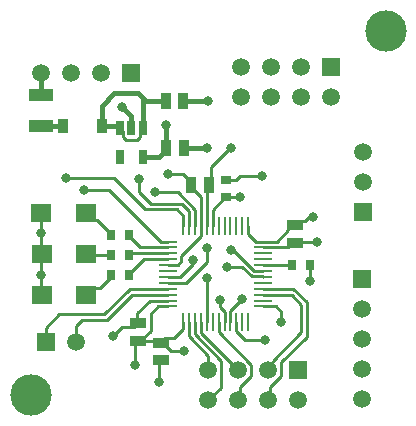
<source format=gtl>
G04*
G04 #@! TF.GenerationSoftware,Altium Limited,Altium Designer,20.2.6 (244)*
G04*
G04 Layer_Physical_Order=1*
G04 Layer_Color=255*
%FSLAX25Y25*%
%MOIN*%
G70*
G04*
G04 #@! TF.SameCoordinates,009D9B9B-B68C-4BF6-A67E-57AE18EDBAF9*
G04*
G04*
G04 #@! TF.FilePolarity,Positive*
G04*
G01*
G75*
%ADD15C,0.01000*%
%ADD18R,0.05315X0.03740*%
%ADD19R,0.06890X0.05906*%
%ADD20R,0.03740X0.05315*%
%ADD21R,0.02756X0.03543*%
%ADD22O,0.06102X0.00984*%
%ADD23O,0.00984X0.06102*%
%ADD24R,0.02756X0.05118*%
%ADD25R,0.03583X0.04803*%
%ADD26R,0.03543X0.02756*%
%ADD27R,0.07874X0.04331*%
%ADD39C,0.01575*%
%ADD40R,0.05906X0.05906*%
%ADD41C,0.05906*%
%ADD42R,0.05906X0.05906*%
%ADD43C,0.13780*%
%ADD44C,0.03150*%
D15*
X36000Y35500D02*
Y41000D01*
X26000Y40300D02*
X30400Y44700D01*
X37900Y42900D02*
X46246D01*
X36000Y35500D02*
X36700Y36200D01*
X36000Y41000D02*
X37900Y42900D01*
X26000Y35500D02*
Y40300D01*
X30400Y44700D02*
X45400D01*
X53979Y53279D02*
X66654D01*
X45400Y44700D02*
X53979Y53279D01*
X46246Y42900D02*
X54656Y51310D01*
X66654D01*
X55400Y34447D02*
X56800Y35847D01*
X64987Y35353D02*
X67740Y32600D01*
X71900D01*
X51383Y40383D02*
X55130D01*
X48400Y37400D02*
X51383Y40383D01*
X55700Y28000D02*
Y34147D01*
X55400Y34447D02*
X55700Y34147D01*
X87421Y46021D02*
X91300Y49900D01*
X87421Y42354D02*
Y46021D01*
X83900Y47100D02*
X85445Y45555D01*
X83900Y47100D02*
Y49500D01*
X79500Y44944D02*
Y56700D01*
Y44944D02*
X79539Y44905D01*
X72653Y55247D02*
X79700Y62295D01*
X66654Y55247D02*
X72653D01*
X79700Y62295D02*
Y66702D01*
X86400Y60500D02*
X91360D01*
X94476Y57384D01*
X98178D01*
X98347Y57216D01*
X95214Y59192D02*
X98339D01*
X88106Y66300D02*
X95214Y59192D01*
X87700Y66300D02*
X88106D01*
X79547Y42354D02*
Y45478D01*
X63600Y28847D02*
X64200Y29447D01*
X63600Y22293D02*
Y28847D01*
X56800Y35847D02*
X57287D01*
X56500D02*
X56800D01*
X71535Y91500D02*
X74247Y88787D01*
X66500Y91500D02*
X71535D01*
X62400Y85500D02*
X69779D01*
X75610Y79668D01*
X61026Y81500D02*
X71233D01*
X57000Y85526D02*
X61026Y81500D01*
X57000Y85526D02*
Y90000D01*
X59026Y79700D02*
X69500D01*
X48626Y90100D02*
X59026Y79700D01*
X32764Y90100D02*
X48626D01*
X111047Y68700D02*
X116400D01*
X109947Y67600D02*
X111047Y68700D01*
X108900Y68647D02*
X109947Y67600D01*
X56400Y41853D02*
X56500Y41753D01*
X56400Y41853D02*
Y45100D01*
X60642Y49342D02*
X66654D01*
X56400Y45100D02*
X60642Y49342D01*
X55130Y40383D02*
X56500Y41753D01*
X71005Y64347D02*
X77571Y70914D01*
Y74039D01*
X69786Y61161D02*
X71005Y62379D01*
X66661Y61161D02*
X69786D01*
X66654Y61153D02*
X66661Y61161D01*
X71005Y62379D02*
Y64347D01*
X77571Y74039D02*
X77579Y74046D01*
X90519Y90800D02*
X97900D01*
X89372Y89653D02*
X90519Y90800D01*
X74247Y88000D02*
Y88787D01*
X46837Y86300D02*
X64110Y69027D01*
X38500Y86300D02*
X46837D01*
X77579Y74046D02*
Y83881D01*
X74247Y87213D02*
X77579Y83881D01*
X74247Y87213D02*
Y88000D01*
X86100Y89653D02*
X89372D01*
X79547Y74046D02*
Y88500D01*
X80923Y93823D02*
X87400Y100300D01*
X87600D01*
X79553Y88500D02*
X80923Y89870D01*
Y93823D01*
X57287Y35847D02*
X63705D01*
X64200Y35353D01*
X64987D01*
X65570Y36723D02*
X68523D01*
X64200Y35353D02*
X65570Y36723D01*
X71673Y39810D02*
Y42354D01*
X71665Y39802D02*
X71673Y39810D01*
X71602Y39802D02*
X71665D01*
X68523Y36723D02*
X71602Y39802D01*
X57287Y35847D02*
X60779Y39339D01*
Y44879D01*
X66646Y47365D02*
X66654Y47373D01*
X63265Y47365D02*
X66646D01*
X60779Y44879D02*
X63265Y47365D01*
X65947Y99513D02*
Y100300D01*
X50660Y106724D02*
X51538Y105847D01*
Y103811D02*
Y105847D01*
Y103811D02*
X52484Y102865D01*
X56316D01*
X57262Y103811D01*
Y105847D01*
X58140Y106724D01*
X49884Y107500D02*
X50660Y106724D01*
X31545Y107482D02*
X31563Y107500D01*
X24200Y117718D02*
X24300Y117818D01*
X98347Y67058D02*
X106524D01*
X108113Y68647D01*
X108900D01*
X98347Y69027D02*
X102898D01*
X106743Y72872D01*
Y73183D01*
X108113Y74553D01*
X108900D01*
X110270Y75923D01*
X112340D01*
X113718Y77300D01*
X114800D01*
X93327Y71503D02*
Y74046D01*
Y71503D02*
X95803Y69027D01*
X98347D01*
X113776Y55824D02*
Y61124D01*
Y55824D02*
X113887Y55713D01*
X104400Y42200D02*
X104419Y42181D01*
X70616Y57216D02*
X74805Y61405D01*
Y62773D01*
X66654Y57216D02*
X70616D01*
X113776Y61124D02*
X113853Y61200D01*
X104400Y42200D02*
Y45500D01*
X92300Y36300D02*
X99100D01*
X64110Y69027D02*
X66654D01*
X71233Y81500D02*
X73642Y79091D01*
X69500Y79700D02*
X71673Y77527D01*
Y74046D02*
Y77527D01*
X75610Y74046D02*
Y79668D01*
X73642Y74046D02*
Y79091D01*
X98339Y59192D02*
X98347Y59184D01*
X54043Y65090D02*
X66654D01*
X53453Y64500D02*
X54043Y65090D01*
X112900Y37290D02*
Y48746D01*
X104353Y28742D02*
X112900Y37290D01*
X101449Y29049D02*
X111100Y38700D01*
Y48000D01*
X107790Y51310D02*
X111100Y48000D01*
X100100Y26100D02*
Y27427D01*
X101449Y28776D02*
Y29049D01*
X100100Y27427D02*
X101449Y28776D01*
X108367Y53279D02*
X112900Y48746D01*
X98347Y51310D02*
X107790D01*
X89398Y39202D02*
X92300Y36300D01*
X102527Y47373D02*
X104400Y45500D01*
X98347Y47373D02*
X102527D01*
X100567Y20553D02*
X104353Y24339D01*
Y28742D01*
X98347Y53279D02*
X108367D01*
X90653Y83747D02*
X90700Y83700D01*
X86100Y83747D02*
X90653D01*
X89390Y42354D02*
X89398Y42346D01*
Y39202D02*
Y42346D01*
X85445Y42361D02*
X85453Y42354D01*
X85445Y42361D02*
Y45555D01*
X98347Y61153D02*
X107900D01*
X107947Y61200D01*
X100567Y16567D02*
Y20553D01*
X100100Y16100D02*
X100567Y16567D01*
X24400Y65018D02*
X24618Y64800D01*
X24400Y65018D02*
Y71800D01*
Y64582D02*
X24618Y64800D01*
X24400Y57900D02*
Y64582D01*
Y51318D02*
X24618Y51100D01*
X24400Y51318D02*
Y57900D01*
Y78582D02*
X24418Y78600D01*
X24400Y71800D02*
Y78582D01*
X47547Y71300D02*
Y71694D01*
X43094Y76147D02*
X47547Y71694D01*
X42135Y76147D02*
X43094D01*
X39682Y78600D02*
X42135Y76147D01*
X47647Y57306D02*
Y57700D01*
X43894Y53553D02*
X47647Y57306D01*
X42535Y53553D02*
X43894D01*
X40082Y51100D02*
X42535Y53553D01*
X40082Y64500D02*
X47547D01*
X39782Y64800D02*
X40082Y64500D01*
X81516Y74046D02*
Y79557D01*
X85706Y83747D01*
X86100D01*
X57301Y67058D02*
X66654D01*
X53453Y70906D02*
X57301Y67058D01*
X53453Y70906D02*
Y71300D01*
X58580Y63121D02*
X66654D01*
X53553Y58094D02*
X58580Y63121D01*
X53553Y57700D02*
Y58094D01*
X94353Y24339D02*
Y27861D01*
X90567Y20553D02*
X94353Y24339D01*
X83492Y38722D02*
X94353Y27861D01*
X83492Y38722D02*
Y42346D01*
X90100Y16100D02*
X90567Y16567D01*
Y20553D01*
X83484Y42354D02*
X83492Y42346D01*
X75618Y38036D02*
X84353Y29302D01*
X73642Y37620D02*
Y42354D01*
Y37620D02*
X73979Y37282D01*
Y37130D02*
Y37282D01*
X80100Y26100D02*
Y31009D01*
X84353Y20353D02*
Y29302D01*
X77579Y42354D02*
X77587Y42346D01*
X73979Y37130D02*
X80100Y31009D01*
X75618Y38036D02*
Y42346D01*
X77587Y38613D02*
Y42346D01*
Y38613D02*
X90100Y26100D01*
X75610Y42354D02*
X75618Y42346D01*
X80100Y16100D02*
X84353Y20353D01*
D18*
X108900Y74553D02*
D03*
Y68647D02*
D03*
X56500Y35847D02*
D03*
Y41753D02*
D03*
X64200Y29447D02*
D03*
Y35353D02*
D03*
D19*
X39182Y78600D02*
D03*
X24418D02*
D03*
X39382Y64800D02*
D03*
X24618D02*
D03*
X39382Y51100D02*
D03*
X24618D02*
D03*
D20*
X65847Y115800D02*
D03*
X71753D02*
D03*
X65947Y100300D02*
D03*
X71853D02*
D03*
X80153Y88000D02*
D03*
X74247D02*
D03*
D21*
X53453Y64500D02*
D03*
X47547D02*
D03*
X53453Y71300D02*
D03*
X47547D02*
D03*
X47647Y57700D02*
D03*
X53553D02*
D03*
X107947Y61200D02*
D03*
X113853D02*
D03*
D22*
X98347Y69027D02*
D03*
Y67058D02*
D03*
Y65090D02*
D03*
Y63121D02*
D03*
Y61153D02*
D03*
Y59184D02*
D03*
Y57216D02*
D03*
Y55247D02*
D03*
Y53279D02*
D03*
Y51310D02*
D03*
Y49342D02*
D03*
Y47373D02*
D03*
X66654D02*
D03*
Y49342D02*
D03*
Y51310D02*
D03*
Y53279D02*
D03*
Y55247D02*
D03*
Y57216D02*
D03*
Y59184D02*
D03*
Y61153D02*
D03*
Y63121D02*
D03*
Y65090D02*
D03*
Y67058D02*
D03*
Y69027D02*
D03*
D23*
X93327Y42354D02*
D03*
X91358D02*
D03*
X89390D02*
D03*
X87421D02*
D03*
X85453D02*
D03*
X83484D02*
D03*
X81516D02*
D03*
X79547D02*
D03*
X77579D02*
D03*
X75610D02*
D03*
X73642D02*
D03*
X71673D02*
D03*
Y74046D02*
D03*
X73642D02*
D03*
X75610D02*
D03*
X77579D02*
D03*
X79547D02*
D03*
X81516D02*
D03*
X83484D02*
D03*
X85453D02*
D03*
X87421D02*
D03*
X89390D02*
D03*
X91358D02*
D03*
X93327D02*
D03*
D24*
X58140Y106724D02*
D03*
X54400D02*
D03*
X50660D02*
D03*
Y97276D02*
D03*
X58140D02*
D03*
D25*
X31563Y107500D02*
D03*
X44437D02*
D03*
D26*
X86100Y89653D02*
D03*
Y83747D02*
D03*
D27*
X24200Y107482D02*
D03*
Y117718D02*
D03*
D39*
X65900Y100347D02*
Y108000D01*
Y100347D02*
X65947Y100300D01*
X71753Y115800D02*
X79900D01*
X71953Y100200D02*
X79700D01*
X71853Y100300D02*
X71953Y100200D01*
X58140Y97276D02*
X63710D01*
X65947Y99513D01*
X56700Y118500D02*
X58200Y117000D01*
X59400Y115800D01*
X65847D01*
X54400Y106724D02*
Y110700D01*
X51300Y113800D02*
X54400Y110700D01*
X48600Y118500D02*
X56700D01*
X58200Y106784D02*
Y117000D01*
X58140Y106724D02*
X58200Y106784D01*
X44437Y114337D02*
X48600Y118500D01*
X44437Y107500D02*
Y114337D01*
Y107500D02*
X49884D01*
X24200Y107482D02*
X31545D01*
X24300Y117818D02*
Y125100D01*
D40*
X131500Y78900D02*
D03*
X131300Y56500D02*
D03*
D41*
X131500Y88900D02*
D03*
Y98900D02*
D03*
X110100Y16100D02*
D03*
X100100Y26100D02*
D03*
Y16100D02*
D03*
X90100Y26100D02*
D03*
Y16100D02*
D03*
X80100Y26100D02*
D03*
Y16100D02*
D03*
X120900Y117200D02*
D03*
X110900Y127200D02*
D03*
Y117200D02*
D03*
X100900Y127200D02*
D03*
Y117200D02*
D03*
X90900Y127200D02*
D03*
Y117200D02*
D03*
X36000Y35500D02*
D03*
X131300Y16500D02*
D03*
Y26500D02*
D03*
Y36500D02*
D03*
Y46500D02*
D03*
X24300Y125100D02*
D03*
X34300D02*
D03*
X44300D02*
D03*
D42*
X110100Y26100D02*
D03*
X120900Y127200D02*
D03*
X26000Y35500D02*
D03*
X54300Y125100D02*
D03*
D43*
X20800Y17800D02*
D03*
X139300Y139200D02*
D03*
D44*
X113832Y55768D02*
D03*
X116400Y68700D02*
D03*
X114800Y77300D02*
D03*
X51300Y113800D02*
D03*
X38500Y86300D02*
D03*
X32764Y90100D02*
D03*
X24400Y71800D02*
D03*
Y57900D02*
D03*
X48400Y37400D02*
D03*
X63600Y22293D02*
D03*
X71900Y32600D02*
D03*
X99100Y36300D02*
D03*
X104409Y42191D02*
D03*
X91300Y49900D02*
D03*
X83900Y49500D02*
D03*
X74805Y62773D02*
D03*
X79700Y66702D02*
D03*
X79500Y56700D02*
D03*
X86400Y60500D02*
D03*
X87700Y66300D02*
D03*
X90676Y83724D02*
D03*
X97900Y90800D02*
D03*
X57000Y90000D02*
D03*
X62400Y85500D02*
D03*
X66500Y91500D02*
D03*
X87500Y100300D02*
D03*
X79700Y100200D02*
D03*
X65900Y108000D02*
D03*
X79900Y115800D02*
D03*
X55700Y28000D02*
D03*
M02*

</source>
